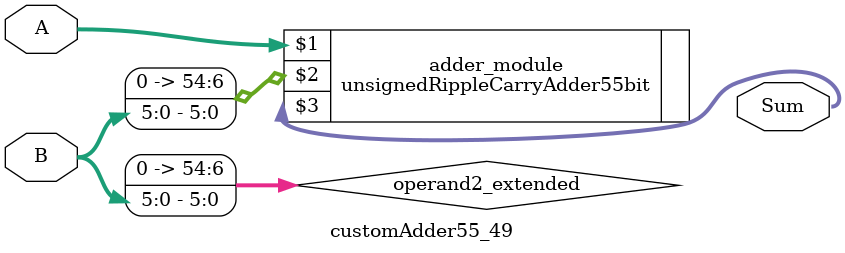
<source format=v>
module customAdder55_49(
                        input [54 : 0] A,
                        input [5 : 0] B,
                        
                        output [55 : 0] Sum
                );

        wire [54 : 0] operand2_extended;
        
        assign operand2_extended =  {49'b0, B};
        
        unsignedRippleCarryAdder55bit adder_module(
            A,
            operand2_extended,
            Sum
        );
        
        endmodule
        
</source>
